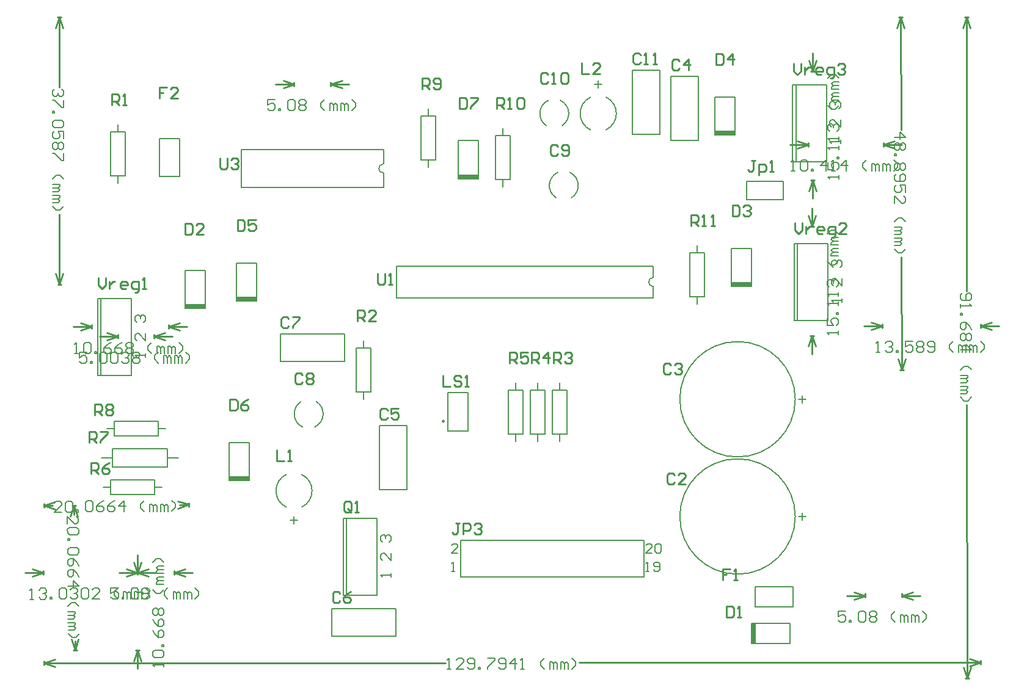
<source format=gto>
%FSLAX42Y42*%
%MOMM*%
G71*
G01*
G75*
%ADD10R,0.60X1.55*%
%ADD11C,1.00*%
%ADD12C,1.70*%
%ADD13C,1.50*%
%ADD14C,2.00*%
%ADD15C,0.60*%
%ADD16C,0.36*%
%ADD17C,0.80*%
%ADD18C,3.00*%
%ADD19R,3.00X3.00*%
%ADD20O,2.00X3.50*%
%ADD21R,2.00X3.50*%
%ADD22R,2.00X2.00*%
%ADD23C,2.00*%
%ADD24O,3.52X5.52*%
%ADD25C,4.00*%
%ADD26R,3.50X2.00*%
%ADD27O,3.50X2.00*%
%ADD28C,2.50*%
%ADD29C,0.20*%
%ADD30C,0.25*%
%ADD31C,0.25*%
%ADD32C,0.15*%
%ADD33C,0.15*%
%ADD34C,0.20*%
%ADD35R,0.80X2.80*%
%ADD36R,2.80X0.80*%
D29*
X13144Y7366D02*
G03*
X13144Y7366I-800J0D01*
G01*
X7437Y10630D02*
G03*
X7437Y10503I0J-63D01*
G01*
X11176Y9055D02*
G03*
X11176Y8928I0J-63D01*
G01*
X6093Y6323D02*
G03*
X6090Y5870I105J-227D01*
G01*
X6305D02*
G03*
X6303Y6323I-108J226D01*
G01*
X10519Y11102D02*
G03*
X10522Y11554I-105J227D01*
G01*
X10306D02*
G03*
X10309Y11102I108J-226D01*
G01*
X9721Y11510D02*
G03*
X9697Y11160I83J-182D01*
G01*
X9912D02*
G03*
X9888Y11510I-108J169D01*
G01*
X13144Y5740D02*
G03*
X13144Y5740I-800J0D01*
G01*
X6484Y6981D02*
G03*
X6508Y7331I-83J182D01*
G01*
X6293D02*
G03*
X6318Y6981I108J-169D01*
G01*
X9853Y10512D02*
G03*
X9829Y10162I83J-182D01*
G01*
X10044D02*
G03*
X10020Y10512I-108J169D01*
G01*
X7437Y10301D02*
Y10503D01*
Y10630D02*
Y10831D01*
X5467Y10301D02*
Y10831D01*
Y10301D02*
X7437D01*
X5467Y10831D02*
X7437D01*
X12979Y10135D02*
Y10389D01*
X12471Y10135D02*
X12979D01*
X12471D02*
Y10389D01*
X12979D01*
X3658Y10465D02*
X3861D01*
X3658D02*
Y11074D01*
X3861D01*
Y10465D02*
Y11074D01*
X3759Y10363D02*
Y10465D01*
Y11074D02*
Y11176D01*
X11176Y8769D02*
Y8928D01*
Y9055D02*
Y9214D01*
X7620D02*
X11176D01*
X7620Y8769D02*
Y9214D01*
Y8769D02*
X11176D01*
X3524Y7695D02*
Y8765D01*
X3474Y7695D02*
Y8765D01*
X3944Y7695D02*
Y8765D01*
X3474Y7695D02*
X3944D01*
X3474Y8765D02*
X3944D01*
X7061Y8077D02*
X7264D01*
Y7468D02*
Y8077D01*
X7061Y7468D02*
X7264D01*
X7061D02*
Y8077D01*
X7163D02*
Y8179D01*
Y7366D02*
Y7468D01*
X12537Y4255D02*
X13067D01*
X12537Y3975D02*
X13067D01*
Y4255D01*
X11684Y8788D02*
X11887D01*
X11684D02*
Y9398D01*
X11887D01*
Y8788D02*
Y9398D01*
X11786Y8687D02*
Y8788D01*
Y9398D02*
Y9500D01*
X4686Y8625D02*
Y9155D01*
X4966Y8625D02*
Y9155D01*
X4686D02*
X4966D01*
X7760Y6109D02*
Y6998D01*
X7379D02*
X7760D01*
X7379Y6109D02*
Y6998D01*
Y6109D02*
X7760D01*
X6928Y4647D02*
Y5717D01*
X6878Y4647D02*
Y5717D01*
X7348Y4647D02*
Y5717D01*
X6878Y4647D02*
X7348D01*
X6878Y5717D02*
X7348D01*
X9169Y6883D02*
X9373D01*
X9169D02*
Y7493D01*
X9373D01*
Y6883D02*
Y7493D01*
X9271Y6782D02*
Y6883D01*
Y7493D02*
Y7595D01*
X9474Y6883D02*
X9677D01*
X9474D02*
Y7493D01*
X9677D01*
Y6883D02*
Y7493D01*
X9576Y6782D02*
Y6883D01*
Y7493D02*
Y7595D01*
X9779Y6883D02*
X9982D01*
X9779D02*
Y7493D01*
X9982D01*
Y6883D02*
Y7493D01*
X9881Y6782D02*
Y6883D01*
Y7493D02*
Y7595D01*
X5296Y6237D02*
Y6767D01*
X5576Y6237D02*
Y6767D01*
X5296D02*
X5576D01*
X12032Y11030D02*
Y11560D01*
X12312Y11030D02*
Y11560D01*
X12032D02*
X12312D01*
X12255Y8930D02*
Y9460D01*
X12535Y8930D02*
Y9460D01*
X12255D02*
X12535D01*
X6718Y4077D02*
X7607D01*
Y4458D01*
X6718D02*
X7607D01*
X6718Y4077D02*
Y4458D01*
X5397Y8727D02*
Y9257D01*
X5677Y8727D02*
Y9257D01*
X5397D02*
X5677D01*
X13156Y10659D02*
Y11729D01*
X13106Y10659D02*
Y11729D01*
X13576Y10659D02*
Y11729D01*
X13106Y10659D02*
X13576D01*
X13106Y11729D02*
X13576D01*
X13176Y8457D02*
Y9527D01*
X13126Y8457D02*
Y9527D01*
X13596Y8457D02*
Y9527D01*
X13126Y8457D02*
X13596D01*
X13126Y9527D02*
X13596D01*
X11422Y10952D02*
Y11841D01*
Y10952D02*
X11803D01*
Y11841D01*
X11422D02*
X11803D01*
X10884Y11036D02*
Y11925D01*
Y11036D02*
X11265D01*
Y11925D01*
X10884D02*
X11265D01*
X11049Y4902D02*
Y5410D01*
X8509Y4902D02*
X8700D01*
X8509D02*
Y5410D01*
X8700D01*
X11049D01*
X8700Y4902D02*
X11049D01*
X3658Y6045D02*
Y6248D01*
X4267D01*
Y6045D02*
Y6248D01*
X3658Y6045D02*
X4267D01*
X3556Y6147D02*
X3658D01*
X4267D02*
X4369D01*
X6007Y8268D02*
X6896D01*
X6007Y7887D02*
Y8268D01*
Y7887D02*
X6896D01*
Y8268D01*
X3531Y6553D02*
X3683D01*
X4445D02*
X4597D01*
X3683Y6426D02*
Y6680D01*
X4445D01*
Y6426D02*
Y6680D01*
X3683Y6426D02*
X4445D01*
X4318Y6858D02*
Y7061D01*
X3708Y6858D02*
X4318D01*
X3708D02*
Y7061D01*
X4318D01*
Y6960D02*
X4420D01*
X3607D02*
X3708D01*
X8476Y10421D02*
Y10951D01*
X8756Y10421D02*
Y10951D01*
X8476D02*
X8756D01*
X8992Y11024D02*
X9195D01*
Y10414D02*
Y11024D01*
X8992Y10414D02*
X9195D01*
X8992D02*
Y11024D01*
X9093D02*
Y11125D01*
Y10312D02*
Y10414D01*
X7955Y11295D02*
X8158D01*
Y10686D02*
Y11295D01*
X7955Y10686D02*
X8158D01*
X7955D02*
Y11295D01*
X8057D02*
Y11397D01*
Y10584D02*
Y10686D01*
X8611Y6921D02*
Y7455D01*
X8331Y6921D02*
Y7455D01*
X8611D01*
X8331Y6921D02*
X8611D01*
X4610Y10454D02*
Y10984D01*
X4330Y10454D02*
Y10984D01*
Y10454D02*
X4610D01*
X4330Y10984D02*
X4610D01*
X12587Y4483D02*
X13117D01*
X12587Y4763D02*
X13117D01*
X12587Y4483D02*
Y4763D01*
X13117Y4483D02*
Y4763D01*
D30*
X8278Y7061D02*
G03*
X8278Y7061I-12J0D01*
G01*
D31*
X4031Y4986D02*
X4031Y4935D01*
X2728Y4983D02*
X2728Y4933D01*
X4031Y4961D02*
X4183Y4910D01*
X4031Y4961D02*
X4183Y5012D01*
X2576Y4907D02*
X2728Y4958D01*
X2575Y5009D02*
X2728Y4958D01*
X4031Y4961D02*
X4285Y4961D01*
X2474Y4958D02*
X2728Y4958D01*
X2924Y8959D02*
X2974Y8959D01*
X2916Y12664D02*
X2967Y12664D01*
X2898Y9111D02*
X2949Y8959D01*
X2999Y9111D01*
X2891Y12512D02*
X2941Y12664D01*
X2992Y12512D01*
X2947Y9933D02*
X2949Y8959D01*
X2941Y12664D02*
X2943Y11690D01*
X5946Y11735D02*
X6200D01*
X6708D02*
X6962D01*
X6048Y11786D02*
X6200Y11735D01*
X6048Y11684D02*
X6200Y11735D01*
X6708D02*
X6861Y11786D01*
X6708Y11735D02*
X6861Y11684D01*
X6200Y11709D02*
Y11760D01*
X6708Y11709D02*
Y11760D01*
X14605Y12662D02*
X14609Y11096D01*
X14614Y9339D02*
X14618Y7772D01*
X14605Y12662D02*
X14656Y12510D01*
X14555Y12509D02*
X14605Y12662D01*
X14618Y7772D02*
X14668Y7925D01*
X14567Y7925D02*
X14618Y7772D01*
X14580Y12662D02*
X14630Y12662D01*
X14592Y7772D02*
X14643Y7772D01*
X14097Y8382D02*
X14351D01*
X15710D02*
X15964D01*
X14199Y8433D02*
X14351Y8382D01*
X14199Y8331D02*
X14351Y8382D01*
X15710D02*
X15862Y8433D01*
X15710Y8382D02*
X15862Y8331D01*
X14351Y8357D02*
Y8407D01*
X15710Y8357D02*
Y8407D01*
X3137Y8369D02*
X3391D01*
X4458D02*
X4712D01*
X3238Y8420D02*
X3391Y8369D01*
X3238Y8318D02*
X3391Y8369D01*
X4458D02*
X4610Y8420D01*
X4458Y8369D02*
X4610Y8318D01*
X3391Y8344D02*
Y8395D01*
X4458Y8344D02*
Y8395D01*
X13378Y7996D02*
Y8250D01*
Y9761D02*
Y10015D01*
X13327Y8098D02*
X13378Y8250D01*
X13429Y8098D01*
X13327Y9914D02*
X13378Y9761D01*
X13429Y9914D01*
X13353Y8250D02*
X13404D01*
X13353Y9761D02*
X13404D01*
X13383Y10150D02*
Y10404D01*
Y11915D02*
Y12169D01*
X13332Y10251D02*
X13383Y10404D01*
X13434Y10251D01*
X13332Y12068D02*
X13383Y11915D01*
X13434Y12068D01*
X13358Y10404D02*
X13409D01*
X13358Y11915D02*
X13409D01*
X13068Y10899D02*
X13322D01*
X14364D02*
X14618D01*
X13170Y10950D02*
X13322Y10899D01*
X13170Y10848D02*
X13322Y10899D01*
X14364D02*
X14516Y10950D01*
X14364Y10899D02*
X14516Y10848D01*
X13322Y10874D02*
Y10925D01*
X14364Y10874D02*
Y10925D01*
X15499Y3493D02*
X15550Y3494D01*
X15494Y12662D02*
X15545Y12662D01*
X15474Y3646D02*
X15525Y3494D01*
X15575Y3646D01*
X15469Y12509D02*
X15519Y12662D01*
X15570Y12510D01*
X15522Y7288D02*
X15525Y3494D01*
X15519Y12662D02*
X15522Y8867D01*
X2733Y3705D02*
X8293Y3711D01*
X10152Y3713D02*
X15712Y3718D01*
X2733Y3705D02*
X2885Y3756D01*
X2733Y3705D02*
X2885Y3655D01*
X15560Y3769D02*
X15712Y3718D01*
X15560Y3667D02*
X15712Y3718D01*
X2733Y3731D02*
X2733Y3680D01*
X15712Y3744D02*
X15712Y3693D01*
X13856Y4643D02*
X14110D01*
X14618D02*
X14872D01*
X13957Y4694D02*
X14110Y4643D01*
X13957Y4592D02*
X14110Y4643D01*
X14618D02*
X14770Y4694D01*
X14618Y4643D02*
X14770Y4592D01*
X14110Y4618D02*
Y4669D01*
X14618Y4618D02*
Y4669D01*
X3149Y5893D02*
X3149Y5768D01*
X3161Y4011D02*
X3161Y3887D01*
X3149Y5893D02*
X3200Y5741D01*
X3099Y5740D02*
X3149Y5893D01*
X3161Y3887D02*
X3211Y4039D01*
X3110Y4039D02*
X3161Y3887D01*
X3123Y5893D02*
X3174Y5893D01*
X3136Y3886D02*
X3187Y3887D01*
X2730Y5892D02*
X2855Y5893D01*
X4612Y5904D02*
X4737Y5905D01*
X2730Y5892D02*
X2882Y5944D01*
X2730Y5892D02*
X2883Y5842D01*
X4584Y5954D02*
X4737Y5905D01*
X4585Y5853D02*
X4737Y5905D01*
X2730Y5917D02*
X2730Y5866D01*
X4737Y5930D02*
X4737Y5879D01*
X4028Y3635D02*
Y3889D01*
Y4956D02*
Y5210D01*
X3978Y3736D02*
X4028Y3889D01*
X4079Y3736D01*
X3978Y5108D02*
X4028Y4956D01*
X4079Y5108D01*
X4003Y3889D02*
X4054D01*
X4003Y4956D02*
X4054D01*
X3777Y4961D02*
X4031D01*
X4539D02*
X4793D01*
X3879Y5011D02*
X4031Y4961D01*
X3879Y4910D02*
X4031Y4961D01*
X4539D02*
X4691Y5011D01*
X4539Y4961D02*
X4691Y4910D01*
X4031Y4935D02*
Y4986D01*
X4539Y4935D02*
Y4986D01*
X3500Y8235D02*
X3754D01*
X4254D02*
X4508D01*
X3602Y8285D02*
X3754Y8235D01*
X3602Y8184D02*
X3754Y8235D01*
X4254D02*
X4407Y8285D01*
X4254Y8235D02*
X4407Y8184D01*
X3754Y8209D02*
Y8260D01*
X4254Y8209D02*
Y8260D01*
X11417Y7836D02*
X11392Y7861D01*
X11341D01*
X11316Y7836D01*
Y7734D01*
X11341Y7709D01*
X11392D01*
X11417Y7734D01*
X11468Y7836D02*
X11493Y7861D01*
X11544D01*
X11570Y7836D01*
Y7810D01*
X11544Y7785D01*
X11519D01*
X11544D01*
X11570Y7760D01*
Y7734D01*
X11544Y7709D01*
X11493D01*
X11468Y7734D01*
X5169Y10706D02*
Y10579D01*
X5194Y10554D01*
X5245D01*
X5270Y10579D01*
Y10706D01*
X5321Y10681D02*
X5347Y10706D01*
X5397D01*
X5423Y10681D01*
Y10655D01*
X5397Y10630D01*
X5372D01*
X5397D01*
X5423Y10604D01*
Y10579D01*
X5397Y10554D01*
X5347D01*
X5321Y10579D01*
X12589Y10677D02*
X12539D01*
X12564D01*
Y10550D01*
X12539Y10524D01*
X12513D01*
X12488Y10550D01*
X12640Y10474D02*
Y10626D01*
X12716D01*
X12742Y10601D01*
Y10550D01*
X12716Y10524D01*
X12640D01*
X12793D02*
X12843D01*
X12818D01*
Y10677D01*
X12793Y10651D01*
X13120Y12018D02*
Y11916D01*
X13171Y11866D01*
X13222Y11916D01*
Y12018D01*
X13273Y11967D02*
Y11866D01*
Y11916D01*
X13298Y11942D01*
X13324Y11967D01*
X13349D01*
X13501Y11866D02*
X13450D01*
X13425Y11891D01*
Y11942D01*
X13450Y11967D01*
X13501D01*
X13527Y11942D01*
Y11916D01*
X13425D01*
X13628Y11815D02*
X13654D01*
X13679Y11840D01*
Y11967D01*
X13603D01*
X13577Y11942D01*
Y11891D01*
X13603Y11866D01*
X13679D01*
X13730Y11993D02*
X13755Y12018D01*
X13806D01*
X13831Y11993D01*
Y11967D01*
X13806Y11942D01*
X13781D01*
X13806D01*
X13831Y11916D01*
Y11891D01*
X13806Y11866D01*
X13755D01*
X13730Y11891D01*
X13141Y9816D02*
Y9714D01*
X13191Y9663D01*
X13242Y9714D01*
Y9816D01*
X13293Y9765D02*
Y9663D01*
Y9714D01*
X13318Y9740D01*
X13344Y9765D01*
X13369D01*
X13522Y9663D02*
X13471D01*
X13445Y9689D01*
Y9740D01*
X13471Y9765D01*
X13522D01*
X13547Y9740D01*
Y9714D01*
X13445D01*
X13649Y9613D02*
X13674D01*
X13699Y9638D01*
Y9765D01*
X13623D01*
X13598Y9740D01*
Y9689D01*
X13623Y9663D01*
X13699D01*
X13852D02*
X13750D01*
X13852Y9765D01*
Y9790D01*
X13826Y9816D01*
X13775D01*
X13750Y9790D01*
X3489Y9054D02*
Y8952D01*
X3539Y8901D01*
X3590Y8952D01*
Y9054D01*
X3641Y9003D02*
Y8901D01*
Y8952D01*
X3666Y8978D01*
X3692Y9003D01*
X3717D01*
X3870Y8901D02*
X3819D01*
X3793Y8927D01*
Y8978D01*
X3819Y9003D01*
X3870D01*
X3895Y8978D01*
Y8952D01*
X3793D01*
X3997Y8851D02*
X4022D01*
X4047Y8876D01*
Y9003D01*
X3971D01*
X3946Y8978D01*
Y8927D01*
X3971Y8901D01*
X4047D01*
X4098D02*
X4149D01*
X4123D01*
Y9054D01*
X4098Y9028D01*
X7353Y9106D02*
Y8979D01*
X7379Y8954D01*
X7429D01*
X7455Y8979D01*
Y9106D01*
X7506Y8954D02*
X7556D01*
X7531D01*
Y9106D01*
X7506Y9080D01*
X11701Y9770D02*
Y9922D01*
X11777D01*
X11802Y9897D01*
Y9846D01*
X11777Y9821D01*
X11701D01*
X11751D02*
X11802Y9770D01*
X11853D02*
X11904D01*
X11878D01*
Y9922D01*
X11853Y9897D01*
X11980Y9770D02*
X12031D01*
X12005D01*
Y9922D01*
X11980Y9897D01*
X9007Y11397D02*
Y11549D01*
X9083D01*
X9108Y11524D01*
Y11473D01*
X9083Y11448D01*
X9007D01*
X9058D02*
X9108Y11397D01*
X9159D02*
X9210D01*
X9185D01*
Y11549D01*
X9159Y11524D01*
X9286D02*
X9312Y11549D01*
X9362D01*
X9388Y11524D01*
Y11422D01*
X9362Y11397D01*
X9312D01*
X9286Y11422D01*
Y11524D01*
X7971Y11669D02*
Y11821D01*
X8047D01*
X8072Y11796D01*
Y11745D01*
X8047Y11720D01*
X7971D01*
X8021D02*
X8072Y11669D01*
X8123Y11694D02*
X8148Y11669D01*
X8199D01*
X8224Y11694D01*
Y11796D01*
X8199Y11821D01*
X8148D01*
X8123Y11796D01*
Y11770D01*
X8148Y11745D01*
X8224D01*
X3437Y7148D02*
Y7300D01*
X3513D01*
X3538Y7275D01*
Y7224D01*
X3513Y7198D01*
X3437D01*
X3487D02*
X3538Y7148D01*
X3589Y7275D02*
X3614Y7300D01*
X3665D01*
X3691Y7275D01*
Y7249D01*
X3665Y7224D01*
X3691Y7198D01*
Y7173D01*
X3665Y7148D01*
X3614D01*
X3589Y7173D01*
Y7198D01*
X3614Y7224D01*
X3589Y7249D01*
Y7275D01*
X3614Y7224D02*
X3665D01*
X3360Y6767D02*
Y6919D01*
X3437D01*
X3462Y6894D01*
Y6843D01*
X3437Y6817D01*
X3360D01*
X3411D02*
X3462Y6767D01*
X3513Y6919D02*
X3614D01*
Y6894D01*
X3513Y6792D01*
Y6767D01*
X3386Y6335D02*
Y6487D01*
X3462D01*
X3487Y6462D01*
Y6411D01*
X3462Y6386D01*
X3386D01*
X3437D02*
X3487Y6335D01*
X3640Y6487D02*
X3589Y6462D01*
X3538Y6411D01*
Y6360D01*
X3564Y6335D01*
X3614D01*
X3640Y6360D01*
Y6386D01*
X3614Y6411D01*
X3538D01*
X9185Y7866D02*
Y8019D01*
X9261D01*
X9286Y7993D01*
Y7943D01*
X9261Y7917D01*
X9185D01*
X9235D02*
X9286Y7866D01*
X9439Y8019D02*
X9337D01*
Y7943D01*
X9388Y7968D01*
X9413D01*
X9439Y7943D01*
Y7892D01*
X9413Y7866D01*
X9362D01*
X9337Y7892D01*
X9489Y7866D02*
Y8019D01*
X9566D01*
X9591Y7993D01*
Y7943D01*
X9566Y7917D01*
X9489D01*
X9540D02*
X9591Y7866D01*
X9718D02*
Y8019D01*
X9642Y7943D01*
X9743D01*
X9794Y7866D02*
Y8019D01*
X9870D01*
X9896Y7993D01*
Y7943D01*
X9870Y7917D01*
X9794D01*
X9845D02*
X9896Y7866D01*
X9947Y7993D02*
X9972Y8019D01*
X10023D01*
X10048Y7993D01*
Y7968D01*
X10023Y7943D01*
X9997D01*
X10023D01*
X10048Y7917D01*
Y7892D01*
X10023Y7866D01*
X9972D01*
X9947Y7892D01*
X7076Y8451D02*
Y8603D01*
X7153D01*
X7178Y8578D01*
Y8527D01*
X7153Y8501D01*
X7076D01*
X7127D02*
X7178Y8451D01*
X7330D02*
X7229D01*
X7330Y8552D01*
Y8578D01*
X7305Y8603D01*
X7254D01*
X7229Y8578D01*
X3674Y11447D02*
Y11599D01*
X3750D01*
X3776Y11573D01*
Y11523D01*
X3750Y11497D01*
X3674D01*
X3725D02*
X3776Y11447D01*
X3826D02*
X3877D01*
X3852D01*
Y11599D01*
X3826Y11573D01*
X6994Y5828D02*
Y5930D01*
X6968Y5955D01*
X6918D01*
X6892Y5930D01*
Y5828D01*
X6918Y5803D01*
X6968D01*
X6943Y5853D02*
X6994Y5803D01*
X6968D02*
X6994Y5828D01*
X7045Y5803D02*
X7095D01*
X7070D01*
Y5955D01*
X7045Y5930D01*
X8265Y7694D02*
Y7541D01*
X8367D01*
X8519Y7668D02*
X8494Y7694D01*
X8443D01*
X8418Y7668D01*
Y7643D01*
X8443Y7617D01*
X8494D01*
X8519Y7592D01*
Y7567D01*
X8494Y7541D01*
X8443D01*
X8418Y7567D01*
X8570Y7541D02*
X8621D01*
X8595D01*
Y7694D01*
X8570Y7668D01*
X10180Y12027D02*
Y11875D01*
X10282D01*
X10434D02*
X10333D01*
X10434Y11976D01*
Y12001D01*
X10409Y12027D01*
X10358D01*
X10333Y12001D01*
X5963Y6666D02*
Y6514D01*
X6064D01*
X6115D02*
X6166D01*
X6140D01*
Y6666D01*
X6115Y6641D01*
X8489Y5649D02*
X8438D01*
X8463D01*
Y5522D01*
X8438Y5497D01*
X8412D01*
X8387Y5522D01*
X8539Y5497D02*
Y5649D01*
X8616D01*
X8641Y5624D01*
Y5573D01*
X8616Y5547D01*
X8539D01*
X8692Y5624D02*
X8717Y5649D01*
X8768D01*
X8793Y5624D01*
Y5598D01*
X8768Y5573D01*
X8743D01*
X8768D01*
X8793Y5547D01*
Y5522D01*
X8768Y5497D01*
X8717D01*
X8692Y5522D01*
X8491Y11549D02*
Y11397D01*
X8567D01*
X8593Y11422D01*
Y11524D01*
X8567Y11549D01*
X8491D01*
X8644D02*
X8745D01*
Y11524D01*
X8644Y11422D01*
Y11397D01*
X5311Y7366D02*
Y7214D01*
X5387D01*
X5413Y7239D01*
Y7341D01*
X5387Y7366D01*
X5311D01*
X5565D02*
X5514Y7341D01*
X5463Y7290D01*
Y7239D01*
X5489Y7214D01*
X5540D01*
X5565Y7239D01*
Y7264D01*
X5540Y7290D01*
X5463D01*
X5413Y9855D02*
Y9703D01*
X5489D01*
X5514Y9728D01*
Y9830D01*
X5489Y9855D01*
X5413D01*
X5667D02*
X5565D01*
Y9779D01*
X5616Y9804D01*
X5641D01*
X5667Y9779D01*
Y9728D01*
X5641Y9703D01*
X5590D01*
X5565Y9728D01*
X12047Y12159D02*
Y12007D01*
X12123D01*
X12149Y12032D01*
Y12134D01*
X12123Y12159D01*
X12047D01*
X12276Y12007D02*
Y12159D01*
X12200Y12083D01*
X12301D01*
X12271Y10058D02*
Y9906D01*
X12347D01*
X12372Y9931D01*
Y10033D01*
X12347Y10058D01*
X12271D01*
X12423Y10033D02*
X12448Y10058D01*
X12499D01*
X12525Y10033D01*
Y10008D01*
X12499Y9982D01*
X12474D01*
X12499D01*
X12525Y9957D01*
Y9931D01*
X12499Y9906D01*
X12448D01*
X12423Y9931D01*
X4691Y9802D02*
Y9649D01*
X4768D01*
X4793Y9675D01*
Y9776D01*
X4768Y9802D01*
X4691D01*
X4945Y9649D02*
X4844D01*
X4945Y9751D01*
Y9776D01*
X4920Y9802D01*
X4869D01*
X4844Y9776D01*
X12192Y4493D02*
Y4341D01*
X12268D01*
X12294Y4366D01*
Y4468D01*
X12268Y4493D01*
X12192D01*
X12344Y4341D02*
X12395D01*
X12370D01*
Y4493D01*
X12344Y4468D01*
X11001Y12139D02*
X10975Y12164D01*
X10925D01*
X10899Y12139D01*
Y12037D01*
X10925Y12012D01*
X10975D01*
X11001Y12037D01*
X11051Y12012D02*
X11102D01*
X11077D01*
Y12164D01*
X11051Y12139D01*
X11178Y12012D02*
X11229D01*
X11204D01*
Y12164D01*
X11178Y12139D01*
X9721Y11872D02*
X9695Y11897D01*
X9644D01*
X9619Y11872D01*
Y11770D01*
X9644Y11745D01*
X9695D01*
X9721Y11770D01*
X9771Y11745D02*
X9822D01*
X9797D01*
Y11897D01*
X9771Y11872D01*
X9898D02*
X9924Y11897D01*
X9974D01*
X10000Y11872D01*
Y11770D01*
X9974Y11745D01*
X9924D01*
X9898Y11770D01*
Y11872D01*
X9853Y10874D02*
X9827Y10899D01*
X9776D01*
X9751Y10874D01*
Y10772D01*
X9776Y10747D01*
X9827D01*
X9853Y10772D01*
X9903D02*
X9929Y10747D01*
X9980D01*
X10005Y10772D01*
Y10874D01*
X9980Y10899D01*
X9929D01*
X9903Y10874D01*
Y10848D01*
X9929Y10823D01*
X10005D01*
X6317Y7706D02*
X6292Y7732D01*
X6241D01*
X6215Y7706D01*
Y7605D01*
X6241Y7579D01*
X6292D01*
X6317Y7605D01*
X6368Y7706D02*
X6393Y7732D01*
X6444D01*
X6469Y7706D01*
Y7681D01*
X6444Y7656D01*
X6469Y7630D01*
Y7605D01*
X6444Y7579D01*
X6393D01*
X6368Y7605D01*
Y7630D01*
X6393Y7656D01*
X6368Y7681D01*
Y7706D01*
X6393Y7656D02*
X6444D01*
X6124Y8481D02*
X6099Y8506D01*
X6048D01*
X6022Y8481D01*
Y8379D01*
X6048Y8354D01*
X6099D01*
X6124Y8379D01*
X6175Y8506D02*
X6276D01*
Y8481D01*
X6175Y8379D01*
Y8354D01*
X6835Y4671D02*
X6810Y4696D01*
X6759D01*
X6734Y4671D01*
Y4569D01*
X6759Y4544D01*
X6810D01*
X6835Y4569D01*
X6987Y4696D02*
X6937Y4671D01*
X6886Y4620D01*
Y4569D01*
X6911Y4544D01*
X6962D01*
X6987Y4569D01*
Y4595D01*
X6962Y4620D01*
X6886D01*
X7496Y7211D02*
X7470Y7236D01*
X7419D01*
X7394Y7211D01*
Y7109D01*
X7419Y7084D01*
X7470D01*
X7496Y7109D01*
X7648Y7236D02*
X7546D01*
Y7160D01*
X7597Y7186D01*
X7622D01*
X7648Y7160D01*
Y7109D01*
X7622Y7084D01*
X7572D01*
X7546Y7109D01*
X11539Y12055D02*
X11514Y12080D01*
X11463D01*
X11438Y12055D01*
Y11953D01*
X11463Y11928D01*
X11514D01*
X11539Y11953D01*
X11666Y11928D02*
Y12080D01*
X11590Y12004D01*
X11692D01*
X11468Y6312D02*
X11443Y6337D01*
X11392D01*
X11367Y6312D01*
Y6210D01*
X11392Y6185D01*
X11443D01*
X11468Y6210D01*
X11620Y6185D02*
X11519D01*
X11620Y6286D01*
Y6312D01*
X11595Y6337D01*
X11544D01*
X11519Y6312D01*
X12238Y5011D02*
X12136D01*
Y4935D01*
X12187D01*
X12136D01*
Y4859D01*
X12288D02*
X12339D01*
X12314D01*
Y5011D01*
X12288Y4986D01*
X4437Y11689D02*
X4336D01*
Y11613D01*
X4387D01*
X4336D01*
Y11537D01*
X4590D02*
X4488D01*
X4590Y11638D01*
Y11664D01*
X4564Y11689D01*
X4514D01*
X4488Y11664D01*
D32*
X2540Y4592D02*
X2590Y4592D01*
X2565Y4592D01*
X2565Y4744D01*
X2539Y4719D01*
X2666Y4719D02*
X2692Y4745D01*
X2743Y4745D01*
X2768Y4719D01*
X2768Y4694D01*
X2743Y4669D01*
X2717Y4669D01*
X2743Y4669D01*
X2768Y4643D01*
X2768Y4618D01*
X2743Y4592D01*
X2692Y4592D01*
X2667Y4618D01*
X2819Y4593D02*
X2819Y4618D01*
X2844Y4618D01*
X2844Y4593D01*
X2819Y4593D01*
X2946Y4720D02*
X2971Y4745D01*
X3022Y4745D01*
X3047Y4720D01*
X3047Y4618D01*
X3022Y4593D01*
X2971Y4593D01*
X2946Y4618D01*
X2946Y4720D01*
X3098Y4720D02*
X3123Y4746D01*
X3174Y4746D01*
X3200Y4720D01*
X3200Y4695D01*
X3174Y4669D01*
X3149Y4669D01*
X3174Y4669D01*
X3200Y4644D01*
X3200Y4619D01*
X3175Y4593D01*
X3124Y4593D01*
X3098Y4619D01*
X3250Y4720D02*
X3276Y4746D01*
X3327Y4746D01*
X3352Y4721D01*
X3352Y4619D01*
X3327Y4594D01*
X3276Y4593D01*
X3251Y4619D01*
X3250Y4720D01*
X3505Y4594D02*
X3403Y4594D01*
X3504Y4695D01*
X3504Y4721D01*
X3479Y4746D01*
X3428Y4746D01*
X3403Y4721D01*
X3759Y4594D02*
X3708Y4645D01*
X3708Y4696D01*
X3758Y4747D01*
X3835Y4595D02*
X3834Y4696D01*
X3860Y4696D01*
X3885Y4671D01*
X3885Y4595D01*
X3885Y4671D01*
X3911Y4696D01*
X3936Y4671D01*
X3936Y4595D01*
X3987Y4595D02*
X3987Y4696D01*
X4012Y4696D01*
X4038Y4671D01*
X4038Y4595D01*
X4038Y4671D01*
X4063Y4697D01*
X4088Y4671D01*
X4089Y4595D01*
X4139Y4595D02*
X4190Y4646D01*
X4190Y4697D01*
X4139Y4748D01*
X2979Y11665D02*
X3004Y11639D01*
X3004Y11589D01*
X2979Y11563D01*
X2954Y11563D01*
X2928Y11588D01*
X2928Y11614D01*
X2928Y11588D01*
X2903Y11563D01*
X2878Y11563D01*
X2852Y11588D01*
X2852Y11639D01*
X2877Y11665D01*
X3005Y11512D02*
X3005Y11411D01*
X2979Y11411D01*
X2878Y11512D01*
X2852Y11512D01*
X2853Y11360D02*
X2878Y11360D01*
X2878Y11334D01*
X2853Y11334D01*
X2853Y11360D01*
X2980Y11233D02*
X3005Y11208D01*
X3005Y11157D01*
X2980Y11132D01*
X2878Y11131D01*
X2853Y11157D01*
X2853Y11207D01*
X2878Y11233D01*
X2980Y11233D01*
X3006Y10979D02*
X3006Y11081D01*
X2929Y11081D01*
X2955Y11030D01*
X2955Y11005D01*
X2930Y10979D01*
X2879Y10979D01*
X2853Y11004D01*
X2853Y11055D01*
X2879Y11081D01*
X2980Y10928D02*
X3006Y10903D01*
X3006Y10852D01*
X2981Y10827D01*
X2955Y10827D01*
X2930Y10852D01*
X2904Y10827D01*
X2879Y10827D01*
X2854Y10852D01*
X2854Y10903D01*
X2879Y10928D01*
X2904Y10928D01*
X2930Y10903D01*
X2955Y10928D01*
X2980Y10928D01*
X2930Y10903D02*
X2930Y10852D01*
X3006Y10776D02*
X3006Y10675D01*
X2981Y10674D01*
X2879Y10776D01*
X2854Y10776D01*
X2855Y10420D02*
X2905Y10471D01*
X2956Y10471D01*
X3007Y10421D01*
X2855Y10344D02*
X2956Y10344D01*
X2956Y10319D01*
X2931Y10293D01*
X2855Y10293D01*
X2931Y10293D01*
X2956Y10268D01*
X2931Y10243D01*
X2855Y10243D01*
X2855Y10192D02*
X2957Y10192D01*
X2957Y10167D01*
X2931Y10141D01*
X2855Y10141D01*
X2931Y10141D01*
X2957Y10116D01*
X2931Y10090D01*
X2855Y10090D01*
X2855Y10039D02*
X2906Y9989D01*
X2957Y9989D01*
X3008Y10040D01*
X5931Y11521D02*
X5829D01*
Y11445D01*
X5880Y11471D01*
X5906D01*
X5931Y11445D01*
Y11395D01*
X5906Y11369D01*
X5855D01*
X5829Y11395D01*
X5982Y11369D02*
Y11395D01*
X6007D01*
Y11369D01*
X5982D01*
X6109Y11496D02*
X6134Y11521D01*
X6185D01*
X6210Y11496D01*
Y11395D01*
X6185Y11369D01*
X6134D01*
X6109Y11395D01*
Y11496D01*
X6261D02*
X6287Y11521D01*
X6337D01*
X6363Y11496D01*
Y11471D01*
X6337Y11445D01*
X6363Y11420D01*
Y11395D01*
X6337Y11369D01*
X6287D01*
X6261Y11395D01*
Y11420D01*
X6287Y11445D01*
X6261Y11471D01*
Y11496D01*
X6287Y11445D02*
X6337D01*
X6617Y11369D02*
X6566Y11420D01*
Y11471D01*
X6617Y11521D01*
X6693Y11369D02*
Y11471D01*
X6718D01*
X6744Y11445D01*
Y11369D01*
Y11445D01*
X6769Y11471D01*
X6794Y11445D01*
Y11369D01*
X6845D02*
Y11471D01*
X6871D01*
X6896Y11445D01*
Y11369D01*
Y11445D01*
X6921Y11471D01*
X6947Y11445D01*
Y11369D01*
X6998D02*
X7048Y11420D01*
Y11471D01*
X6998Y11521D01*
X14518Y10994D02*
X14670Y10994D01*
X14594Y11070D01*
X14594Y10969D01*
X14645Y10918D02*
X14671Y10893D01*
X14671Y10842D01*
X14645Y10816D01*
X14620Y10816D01*
X14594Y10842D01*
X14569Y10816D01*
X14544Y10816D01*
X14518Y10842D01*
X14518Y10892D01*
X14544Y10918D01*
X14569Y10918D01*
X14594Y10893D01*
X14620Y10918D01*
X14645Y10918D01*
X14594Y10893D02*
X14594Y10842D01*
X14519Y10765D02*
X14544Y10765D01*
X14544Y10740D01*
X14519Y10740D01*
X14519Y10765D01*
X14646Y10639D02*
X14671Y10613D01*
X14671Y10563D01*
X14646Y10537D01*
X14621Y10537D01*
X14595Y10562D01*
X14570Y10537D01*
X14544Y10537D01*
X14519Y10562D01*
X14519Y10613D01*
X14544Y10638D01*
X14570Y10639D01*
X14595Y10613D01*
X14620Y10639D01*
X14646Y10639D01*
X14595Y10613D02*
X14595Y10562D01*
X14545Y10486D02*
X14519Y10461D01*
X14519Y10410D01*
X14545Y10385D01*
X14646Y10385D01*
X14672Y10410D01*
X14672Y10461D01*
X14646Y10486D01*
X14621Y10486D01*
X14595Y10461D01*
X14596Y10385D01*
X14672Y10233D02*
X14672Y10334D01*
X14596Y10334D01*
X14621Y10283D01*
X14621Y10258D01*
X14596Y10232D01*
X14545Y10232D01*
X14520Y10258D01*
X14520Y10308D01*
X14545Y10334D01*
X14520Y10080D02*
X14520Y10181D01*
X14622Y10080D01*
X14647Y10080D01*
X14673Y10106D01*
X14672Y10156D01*
X14647Y10182D01*
X14521Y9826D02*
X14572Y9877D01*
X14622Y9877D01*
X14673Y9826D01*
X14521Y9750D02*
X14623Y9750D01*
X14623Y9725D01*
X14597Y9699D01*
X14521Y9699D01*
X14597Y9699D01*
X14623Y9674D01*
X14598Y9648D01*
X14521Y9648D01*
X14522Y9597D02*
X14623Y9598D01*
X14623Y9572D01*
X14598Y9547D01*
X14522Y9547D01*
X14598Y9547D01*
X14623Y9521D01*
X14598Y9496D01*
X14522Y9496D01*
X14522Y9445D02*
X14573Y9394D01*
X14624Y9394D01*
X14674Y9445D01*
X14266Y8016D02*
X14317D01*
X14292D01*
Y8169D01*
X14266Y8143D01*
X14393D02*
X14419Y8169D01*
X14469D01*
X14495Y8143D01*
Y8118D01*
X14469Y8093D01*
X14444D01*
X14469D01*
X14495Y8067D01*
Y8042D01*
X14469Y8016D01*
X14419D01*
X14393Y8042D01*
X14545Y8016D02*
Y8042D01*
X14571D01*
Y8016D01*
X14545D01*
X14774Y8169D02*
X14672D01*
Y8093D01*
X14723Y8118D01*
X14749D01*
X14774Y8093D01*
Y8042D01*
X14749Y8016D01*
X14698D01*
X14672Y8042D01*
X14825Y8143D02*
X14850Y8169D01*
X14901D01*
X14926Y8143D01*
Y8118D01*
X14901Y8093D01*
X14926Y8067D01*
Y8042D01*
X14901Y8016D01*
X14850D01*
X14825Y8042D01*
Y8067D01*
X14850Y8093D01*
X14825Y8118D01*
Y8143D01*
X14850Y8093D02*
X14901D01*
X14977Y8042D02*
X15003Y8016D01*
X15053D01*
X15079Y8042D01*
Y8143D01*
X15053Y8169D01*
X15003D01*
X14977Y8143D01*
Y8118D01*
X15003Y8093D01*
X15079D01*
X15333Y8016D02*
X15282Y8067D01*
Y8118D01*
X15333Y8169D01*
X15409Y8016D02*
Y8118D01*
X15434D01*
X15460Y8093D01*
Y8016D01*
Y8093D01*
X15485Y8118D01*
X15510Y8093D01*
Y8016D01*
X15561D02*
Y8118D01*
X15587D01*
X15612Y8093D01*
Y8016D01*
Y8093D01*
X15637Y8118D01*
X15663Y8093D01*
Y8016D01*
X15713D02*
X15764Y8067D01*
Y8118D01*
X15713Y8169D01*
X3160Y8004D02*
X3211D01*
X3185D01*
Y8156D01*
X3160Y8131D01*
X3287D02*
X3312Y8156D01*
X3363D01*
X3389Y8131D01*
Y8029D01*
X3363Y8004D01*
X3312D01*
X3287Y8029D01*
Y8131D01*
X3439Y8004D02*
Y8029D01*
X3465D01*
Y8004D01*
X3439D01*
X3668Y8156D02*
X3617Y8131D01*
X3566Y8080D01*
Y8029D01*
X3592Y8004D01*
X3642D01*
X3668Y8029D01*
Y8054D01*
X3642Y8080D01*
X3566D01*
X3820Y8156D02*
X3769Y8131D01*
X3719Y8080D01*
Y8029D01*
X3744Y8004D01*
X3795D01*
X3820Y8029D01*
Y8054D01*
X3795Y8080D01*
X3719D01*
X3871Y8131D02*
X3896Y8156D01*
X3947D01*
X3973Y8131D01*
Y8105D01*
X3947Y8080D01*
X3973Y8054D01*
Y8029D01*
X3947Y8004D01*
X3896D01*
X3871Y8029D01*
Y8054D01*
X3896Y8080D01*
X3871Y8105D01*
Y8131D01*
X3896Y8080D02*
X3947D01*
X4226Y8004D02*
X4176Y8054D01*
Y8105D01*
X4226Y8156D01*
X4303Y8004D02*
Y8105D01*
X4328D01*
X4353Y8080D01*
Y8004D01*
Y8080D01*
X4379Y8105D01*
X4404Y8080D01*
Y8004D01*
X4455D02*
Y8105D01*
X4480D01*
X4506Y8080D01*
Y8004D01*
Y8080D01*
X4531Y8105D01*
X4557Y8080D01*
Y8004D01*
X4607D02*
X4658Y8054D01*
Y8105D01*
X4607Y8156D01*
X13744Y8267D02*
Y8317D01*
Y8292D01*
X13591D01*
X13617Y8267D01*
X13591Y8495D02*
Y8394D01*
X13668D01*
X13642Y8444D01*
Y8470D01*
X13668Y8495D01*
X13718D01*
X13744Y8470D01*
Y8419D01*
X13718Y8394D01*
X13744Y8546D02*
X13718D01*
Y8571D01*
X13744D01*
Y8546D01*
Y8673D02*
Y8724D01*
Y8698D01*
X13591D01*
X13617Y8673D01*
X13744Y8800D02*
Y8851D01*
Y8825D01*
X13591D01*
X13617Y8800D01*
Y8927D02*
X13591Y8952D01*
Y9003D01*
X13617Y9028D01*
X13642D01*
X13668Y9003D01*
Y8978D01*
Y9003D01*
X13693Y9028D01*
X13718D01*
X13744Y9003D01*
Y8952D01*
X13718Y8927D01*
X13744Y9282D02*
X13693Y9232D01*
X13642D01*
X13591Y9282D01*
X13744Y9359D02*
X13642D01*
Y9384D01*
X13668Y9409D01*
X13744D01*
X13668D01*
X13642Y9435D01*
X13668Y9460D01*
X13744D01*
Y9511D02*
X13642D01*
Y9536D01*
X13668Y9562D01*
X13744D01*
X13668D01*
X13642Y9587D01*
X13668Y9612D01*
X13744D01*
Y9663D02*
X13693Y9714D01*
X13642D01*
X13591Y9663D01*
X13749Y10421D02*
Y10471D01*
Y10446D01*
X13597D01*
X13622Y10421D01*
X13597Y10649D02*
Y10548D01*
X13673D01*
X13647Y10598D01*
Y10624D01*
X13673Y10649D01*
X13724D01*
X13749Y10624D01*
Y10573D01*
X13724Y10548D01*
X13749Y10700D02*
X13724D01*
Y10725D01*
X13749D01*
Y10700D01*
Y10827D02*
Y10878D01*
Y10852D01*
X13597D01*
X13622Y10827D01*
X13749Y10954D02*
Y11005D01*
Y10979D01*
X13597D01*
X13622Y10954D01*
Y11081D02*
X13597Y11106D01*
Y11157D01*
X13622Y11182D01*
X13647D01*
X13673Y11157D01*
Y11132D01*
Y11157D01*
X13698Y11182D01*
X13724D01*
X13749Y11157D01*
Y11106D01*
X13724Y11081D01*
X13749Y11436D02*
X13698Y11385D01*
X13647D01*
X13597Y11436D01*
X13749Y11512D02*
X13647D01*
Y11538D01*
X13673Y11563D01*
X13749D01*
X13673D01*
X13647Y11589D01*
X13673Y11614D01*
X13749D01*
Y11665D02*
X13647D01*
Y11690D01*
X13673Y11716D01*
X13749D01*
X13673D01*
X13647Y11741D01*
X13673Y11766D01*
X13749D01*
Y11817D02*
X13698Y11868D01*
X13647D01*
X13597Y11817D01*
X13091Y10533D02*
X13142D01*
X13117D01*
Y10686D01*
X13091Y10660D01*
X13218D02*
X13244Y10686D01*
X13295D01*
X13320Y10660D01*
Y10559D01*
X13295Y10533D01*
X13244D01*
X13218Y10559D01*
Y10660D01*
X13371Y10533D02*
Y10559D01*
X13396D01*
Y10533D01*
X13371D01*
X13574D02*
Y10686D01*
X13498Y10610D01*
X13599D01*
X13650Y10533D02*
X13701D01*
X13675D01*
Y10686D01*
X13650Y10660D01*
X13853Y10533D02*
Y10686D01*
X13777Y10610D01*
X13879D01*
X14132Y10533D02*
X14082Y10584D01*
Y10635D01*
X14132Y10686D01*
X14209Y10533D02*
Y10635D01*
X14234D01*
X14259Y10610D01*
Y10533D01*
Y10610D01*
X14285Y10635D01*
X14310Y10610D01*
Y10533D01*
X14361D02*
Y10635D01*
X14386D01*
X14412Y10610D01*
Y10533D01*
Y10610D01*
X14437Y10635D01*
X14463Y10610D01*
Y10533D01*
X14513D02*
X14564Y10584D01*
Y10635D01*
X14513Y10686D01*
X15456Y8842D02*
X15430Y8817D01*
X15430Y8766D01*
X15456Y8740D01*
X15557Y8740D01*
X15583Y8766D01*
X15582Y8817D01*
X15557Y8842D01*
X15532Y8842D01*
X15506Y8817D01*
X15506Y8740D01*
X15430Y8690D02*
X15430Y8639D01*
X15430Y8664D01*
X15583Y8664D01*
X15557Y8690D01*
X15430Y8563D02*
X15456Y8563D01*
X15456Y8537D01*
X15430Y8537D01*
X15430Y8563D01*
X15583Y8334D02*
X15557Y8385D01*
X15507Y8436D01*
X15456Y8436D01*
X15430Y8410D01*
X15430Y8360D01*
X15456Y8334D01*
X15481Y8334D01*
X15507Y8360D01*
X15507Y8436D01*
X15557Y8283D02*
X15583Y8258D01*
X15583Y8207D01*
X15557Y8182D01*
X15532Y8182D01*
X15507Y8207D01*
X15481Y8182D01*
X15456Y8182D01*
X15430Y8207D01*
X15430Y8258D01*
X15456Y8283D01*
X15481Y8283D01*
X15507Y8258D01*
X15532Y8283D01*
X15557Y8283D01*
X15507Y8258D02*
X15507Y8207D01*
X15431Y8055D02*
X15583Y8055D01*
X15507Y8131D01*
X15507Y8029D01*
X15431Y7775D02*
X15481Y7826D01*
X15532Y7826D01*
X15583Y7776D01*
X15431Y7699D02*
X15532Y7699D01*
X15532Y7674D01*
X15507Y7649D01*
X15431Y7649D01*
X15507Y7649D01*
X15532Y7623D01*
X15507Y7598D01*
X15431Y7598D01*
X15431Y7547D02*
X15532Y7547D01*
X15532Y7522D01*
X15507Y7496D01*
X15431Y7496D01*
X15507Y7496D01*
X15532Y7471D01*
X15507Y7445D01*
X15431Y7445D01*
X15431Y7395D02*
X15482Y7344D01*
X15533Y7344D01*
X15583Y7395D01*
X8318Y3619D02*
X8369Y3620D01*
X8344Y3620D01*
X8344Y3772D01*
X8318Y3746D01*
X8547Y3620D02*
X8445Y3620D01*
X8547Y3721D01*
X8547Y3747D01*
X8521Y3772D01*
X8471Y3772D01*
X8445Y3747D01*
X8598Y3645D02*
X8623Y3620D01*
X8674Y3620D01*
X8699Y3645D01*
X8699Y3747D01*
X8674Y3772D01*
X8623Y3772D01*
X8598Y3747D01*
X8598Y3721D01*
X8623Y3696D01*
X8699Y3696D01*
X8750Y3620D02*
X8750Y3645D01*
X8776Y3645D01*
X8776Y3620D01*
X8750Y3620D01*
X8877Y3772D02*
X8979Y3772D01*
X8979Y3747D01*
X8877Y3645D01*
X8877Y3620D01*
X9029Y3646D02*
X9055Y3620D01*
X9106Y3620D01*
X9131Y3646D01*
X9131Y3747D01*
X9105Y3773D01*
X9055Y3773D01*
X9029Y3747D01*
X9029Y3722D01*
X9055Y3696D01*
X9131Y3696D01*
X9258Y3620D02*
X9258Y3773D01*
X9182Y3697D01*
X9283Y3697D01*
X9334Y3620D02*
X9385Y3621D01*
X9360Y3621D01*
X9359Y3773D01*
X9334Y3747D01*
X9664Y3621D02*
X9613Y3672D01*
X9613Y3722D01*
X9664Y3773D01*
X9740Y3621D02*
X9740Y3722D01*
X9766Y3722D01*
X9791Y3697D01*
X9791Y3621D01*
X9791Y3697D01*
X9817Y3723D01*
X9842Y3697D01*
X9842Y3621D01*
X9893Y3621D02*
X9893Y3723D01*
X9918Y3723D01*
X9943Y3697D01*
X9944Y3621D01*
X9943Y3697D01*
X9969Y3723D01*
X9994Y3697D01*
X9994Y3621D01*
X10045Y3621D02*
X10096Y3672D01*
X10096Y3723D01*
X10045Y3774D01*
X13841Y4430D02*
X13739D01*
Y4354D01*
X13790Y4379D01*
X13815D01*
X13841Y4354D01*
Y4303D01*
X13815Y4277D01*
X13764D01*
X13739Y4303D01*
X13891Y4277D02*
Y4303D01*
X13917D01*
Y4277D01*
X13891D01*
X14018Y4404D02*
X14044Y4430D01*
X14095D01*
X14120Y4404D01*
Y4303D01*
X14095Y4277D01*
X14044D01*
X14018Y4303D01*
Y4404D01*
X14171D02*
X14196Y4430D01*
X14247D01*
X14272Y4404D01*
Y4379D01*
X14247Y4354D01*
X14272Y4328D01*
Y4303D01*
X14247Y4277D01*
X14196D01*
X14171Y4303D01*
Y4328D01*
X14196Y4354D01*
X14171Y4379D01*
Y4404D01*
X14196Y4354D02*
X14247D01*
X14526Y4277D02*
X14475Y4328D01*
Y4379D01*
X14526Y4430D01*
X14602Y4277D02*
Y4379D01*
X14628D01*
X14653Y4354D01*
Y4277D01*
Y4354D01*
X14679Y4379D01*
X14704Y4354D01*
Y4277D01*
X14755D02*
Y4379D01*
X14780D01*
X14806Y4354D01*
Y4277D01*
Y4354D01*
X14831Y4379D01*
X14856Y4354D01*
Y4277D01*
X14907D02*
X14958Y4328D01*
Y4379D01*
X14907Y4430D01*
X3059Y5641D02*
X3058Y5742D01*
X3160Y5641D01*
X3186Y5642D01*
X3211Y5667D01*
X3211Y5718D01*
X3185Y5743D01*
X3186Y5591D02*
X3212Y5566D01*
X3212Y5515D01*
X3187Y5489D01*
X3085Y5489D01*
X3060Y5514D01*
X3059Y5565D01*
X3085Y5590D01*
X3186Y5591D01*
X3060Y5438D02*
X3085Y5438D01*
X3086Y5412D01*
X3060Y5412D01*
X3060Y5438D01*
X3188Y5312D02*
X3213Y5286D01*
X3214Y5236D01*
X3189Y5210D01*
X3087Y5209D01*
X3061Y5235D01*
X3061Y5285D01*
X3086Y5311D01*
X3188Y5312D01*
X3215Y5058D02*
X3189Y5108D01*
X3138Y5159D01*
X3087Y5159D01*
X3062Y5133D01*
X3062Y5082D01*
X3088Y5057D01*
X3113Y5057D01*
X3139Y5083D01*
X3138Y5159D01*
X3216Y4905D02*
X3190Y4956D01*
X3139Y5007D01*
X3088Y5006D01*
X3063Y4981D01*
X3063Y4930D01*
X3089Y4905D01*
X3114Y4905D01*
X3139Y4930D01*
X3139Y5007D01*
X3064Y4778D02*
X3217Y4778D01*
X3140Y4854D01*
X3141Y4753D01*
X3066Y4498D02*
X3117Y4549D01*
X3167Y4550D01*
X3218Y4499D01*
X3067Y4422D02*
X3168Y4423D01*
X3168Y4397D01*
X3143Y4372D01*
X3067Y4371D01*
X3143Y4372D01*
X3169Y4347D01*
X3143Y4321D01*
X3067Y4320D01*
X3067Y4270D02*
X3169Y4270D01*
X3169Y4245D01*
X3144Y4219D01*
X3068Y4219D01*
X3144Y4219D01*
X3170Y4194D01*
X3144Y4169D01*
X3068Y4168D01*
X3068Y4117D02*
X3120Y4067D01*
X3170Y4067D01*
X3221Y4118D01*
X2982Y5802D02*
X2881Y5801D01*
X2982Y5904D01*
X2982Y5929D01*
X2956Y5954D01*
X2905Y5954D01*
X2880Y5928D01*
X3032Y5929D02*
X3058Y5955D01*
X3108Y5955D01*
X3134Y5930D01*
X3135Y5828D01*
X3109Y5803D01*
X3059Y5802D01*
X3033Y5828D01*
X3032Y5929D01*
X3186Y5803D02*
X3185Y5829D01*
X3211Y5829D01*
X3211Y5803D01*
X3186Y5803D01*
X3312Y5931D02*
X3337Y5957D01*
X3388Y5957D01*
X3413Y5932D01*
X3414Y5830D01*
X3389Y5805D01*
X3338Y5804D01*
X3312Y5829D01*
X3312Y5931D01*
X3566Y5958D02*
X3515Y5932D01*
X3464Y5881D01*
X3465Y5830D01*
X3490Y5805D01*
X3541Y5806D01*
X3566Y5831D01*
X3566Y5856D01*
X3541Y5882D01*
X3464Y5881D01*
X3718Y5959D02*
X3667Y5933D01*
X3617Y5882D01*
X3617Y5831D01*
X3643Y5806D01*
X3693Y5807D01*
X3719Y5832D01*
X3718Y5857D01*
X3693Y5883D01*
X3617Y5882D01*
X3846Y5807D02*
X3845Y5960D01*
X3769Y5883D01*
X3871Y5884D01*
X4125Y5809D02*
X4074Y5860D01*
X4074Y5910D01*
X4124Y5962D01*
X4201Y5810D02*
X4201Y5911D01*
X4226Y5911D01*
X4252Y5886D01*
X4252Y5810D01*
X4252Y5886D01*
X4277Y5912D01*
X4302Y5887D01*
X4303Y5810D01*
X4354Y5811D02*
X4353Y5912D01*
X4378Y5912D01*
X4404Y5887D01*
X4404Y5811D01*
X4404Y5887D01*
X4429Y5913D01*
X4455Y5888D01*
X4455Y5811D01*
X4506Y5812D02*
X4556Y5863D01*
X4556Y5914D01*
X4505Y5964D01*
X4394Y3658D02*
Y3709D01*
Y3683D01*
X4242D01*
X4267Y3658D01*
Y3785D02*
X4242Y3810D01*
Y3861D01*
X4267Y3886D01*
X4369D01*
X4394Y3861D01*
Y3810D01*
X4369Y3785D01*
X4267D01*
X4394Y3937D02*
X4369D01*
Y3963D01*
X4394D01*
Y3937D01*
X4242Y4166D02*
X4267Y4115D01*
X4318Y4064D01*
X4369D01*
X4394Y4090D01*
Y4140D01*
X4369Y4166D01*
X4343D01*
X4318Y4140D01*
Y4064D01*
X4242Y4318D02*
X4267Y4267D01*
X4318Y4216D01*
X4369D01*
X4394Y4242D01*
Y4293D01*
X4369Y4318D01*
X4343D01*
X4318Y4293D01*
Y4216D01*
X4267Y4369D02*
X4242Y4394D01*
Y4445D01*
X4267Y4470D01*
X4293D01*
X4318Y4445D01*
X4343Y4470D01*
X4369D01*
X4394Y4445D01*
Y4394D01*
X4369Y4369D01*
X4343D01*
X4318Y4394D01*
X4293Y4369D01*
X4267D01*
X4318Y4394D02*
Y4445D01*
X4394Y4724D02*
X4343Y4674D01*
X4293D01*
X4242Y4724D01*
X4394Y4800D02*
X4293D01*
Y4826D01*
X4318Y4851D01*
X4394D01*
X4318D01*
X4293Y4877D01*
X4318Y4902D01*
X4394D01*
Y4953D02*
X4293D01*
Y4978D01*
X4318Y5004D01*
X4394D01*
X4318D01*
X4293Y5029D01*
X4318Y5054D01*
X4394D01*
Y5105D02*
X4343Y5156D01*
X4293D01*
X4242Y5105D01*
X3762Y4747D02*
X3660D01*
Y4671D01*
X3711Y4697D01*
X3737D01*
X3762Y4671D01*
Y4620D01*
X3737Y4595D01*
X3686D01*
X3660Y4620D01*
X3813Y4595D02*
Y4620D01*
X3838D01*
Y4595D01*
X3813D01*
X3940Y4722D02*
X3965Y4747D01*
X4016D01*
X4041Y4722D01*
Y4620D01*
X4016Y4595D01*
X3965D01*
X3940Y4620D01*
Y4722D01*
X4092D02*
X4117Y4747D01*
X4168D01*
X4194Y4722D01*
Y4697D01*
X4168Y4671D01*
X4194Y4646D01*
Y4620D01*
X4168Y4595D01*
X4117D01*
X4092Y4620D01*
Y4646D01*
X4117Y4671D01*
X4092Y4697D01*
Y4722D01*
X4117Y4671D02*
X4168D01*
X4447Y4595D02*
X4397Y4646D01*
Y4697D01*
X4447Y4747D01*
X4524Y4595D02*
Y4697D01*
X4549D01*
X4574Y4671D01*
Y4595D01*
Y4671D01*
X4600Y4697D01*
X4625Y4671D01*
Y4595D01*
X4676D02*
Y4697D01*
X4701D01*
X4727Y4671D01*
Y4595D01*
Y4671D01*
X4752Y4697D01*
X4778Y4671D01*
Y4595D01*
X4828D02*
X4879Y4646D01*
Y4697D01*
X4828Y4747D01*
X3329Y8021D02*
X3227D01*
Y7945D01*
X3278Y7971D01*
X3303D01*
X3329Y7945D01*
Y7894D01*
X3303Y7869D01*
X3253D01*
X3227Y7894D01*
X3380Y7869D02*
Y7894D01*
X3405D01*
Y7869D01*
X3380D01*
X3507Y7996D02*
X3532Y8021D01*
X3583D01*
X3608Y7996D01*
Y7894D01*
X3583Y7869D01*
X3532D01*
X3507Y7894D01*
Y7996D01*
X3659D02*
X3684Y8021D01*
X3735D01*
X3761Y7996D01*
Y7894D01*
X3735Y7869D01*
X3684D01*
X3659Y7894D01*
Y7996D01*
X3811D02*
X3837Y8021D01*
X3888D01*
X3913Y7996D01*
Y7971D01*
X3888Y7945D01*
X3862D01*
X3888D01*
X3913Y7920D01*
Y7894D01*
X3888Y7869D01*
X3837D01*
X3811Y7894D01*
X3964Y7996D02*
X3989Y8021D01*
X4040D01*
X4065Y7996D01*
Y7971D01*
X4040Y7945D01*
X4065Y7920D01*
Y7894D01*
X4040Y7869D01*
X3989D01*
X3964Y7894D01*
Y7920D01*
X3989Y7945D01*
X3964Y7971D01*
Y7996D01*
X3989Y7945D02*
X4040D01*
X4319Y7869D02*
X4268Y7920D01*
Y7971D01*
X4319Y8021D01*
X4395Y7869D02*
Y7971D01*
X4421D01*
X4446Y7945D01*
Y7869D01*
Y7945D01*
X4472Y7971D01*
X4497Y7945D01*
Y7869D01*
X4548D02*
Y7971D01*
X4573D01*
X4598Y7945D01*
Y7869D01*
Y7945D01*
X4624Y7971D01*
X4649Y7945D01*
Y7869D01*
X4700D02*
X4751Y7920D01*
Y7971D01*
X4700Y8021D01*
D33*
X13292Y7366D02*
X13192D01*
X13242Y7316D02*
Y7416D01*
X6198Y5641D02*
Y5741D01*
X6148Y5691D02*
X6248D01*
X4142Y8280D02*
Y8180D01*
X4042Y8280D01*
X4017D01*
X3992Y8255D01*
Y8205D01*
X4017Y8180D01*
X4142Y7951D02*
Y8001D01*
Y7976D01*
X3992D01*
X4017Y7951D01*
Y8434D02*
X3992Y8459D01*
Y8509D01*
X4017Y8534D01*
X4042D01*
X4067Y8509D01*
Y8484D01*
Y8509D01*
X4092Y8534D01*
X4117D01*
X4142Y8509D01*
Y8459D01*
X4117Y8434D01*
X7545Y5232D02*
Y5132D01*
X7445Y5232D01*
X7420D01*
X7395Y5207D01*
Y5157D01*
X7420Y5132D01*
X7545Y4903D02*
Y4953D01*
Y4928D01*
X7395D01*
X7420Y4903D01*
Y5386D02*
X7395Y5411D01*
Y5461D01*
X7420Y5486D01*
X7445D01*
X7470Y5461D01*
Y5436D01*
Y5461D01*
X7495Y5486D01*
X7520D01*
X7545Y5461D01*
Y5411D01*
X7520Y5386D01*
X10414Y11783D02*
Y11683D01*
X10464Y11733D02*
X10364D01*
X13773Y11244D02*
Y11144D01*
X13673Y11244D01*
X13648D01*
X13623Y11219D01*
Y11169D01*
X13648Y11144D01*
X13773Y10915D02*
Y10965D01*
Y10940D01*
X13623D01*
X13648Y10915D01*
Y11398D02*
X13623Y11423D01*
Y11473D01*
X13648Y11498D01*
X13673D01*
X13698Y11473D01*
Y11448D01*
Y11473D01*
X13723Y11498D01*
X13748D01*
X13773Y11473D01*
Y11423D01*
X13748Y11398D01*
X13794Y9042D02*
Y8942D01*
X13694Y9042D01*
X13669D01*
X13644Y9017D01*
Y8967D01*
X13669Y8942D01*
X13794Y8713D02*
Y8763D01*
Y8738D01*
X13644D01*
X13669Y8713D01*
Y9196D02*
X13644Y9221D01*
Y9271D01*
X13669Y9296D01*
X13694D01*
X13719Y9271D01*
Y9246D01*
Y9271D01*
X13744Y9296D01*
X13769D01*
X13794Y9271D01*
Y9221D01*
X13769Y9196D01*
X13292Y5740D02*
X13192D01*
X13242Y5690D02*
Y5790D01*
D34*
X11159Y5232D02*
X11074D01*
X11159Y5317D01*
Y5338D01*
X11138Y5359D01*
X11096D01*
X11074Y5338D01*
X11201D02*
X11223Y5359D01*
X11265D01*
X11286Y5338D01*
Y5254D01*
X11265Y5232D01*
X11223D01*
X11201Y5254D01*
Y5338D01*
X11074Y4978D02*
X11117D01*
X11096D01*
Y5105D01*
X11074Y5084D01*
X11180Y5000D02*
X11201Y4978D01*
X11244D01*
X11265Y5000D01*
Y5084D01*
X11244Y5105D01*
X11201D01*
X11180Y5084D01*
Y5063D01*
X11201Y5042D01*
X11265D01*
X8382Y4978D02*
X8424D01*
X8403D01*
Y5105D01*
X8382Y5084D01*
X8467Y5232D02*
X8382D01*
X8467Y5317D01*
Y5338D01*
X8445Y5359D01*
X8403D01*
X8382Y5338D01*
D35*
X12567Y4115D02*
D03*
D36*
X4825Y8655D02*
D03*
X5435Y6267D02*
D03*
X12171Y11060D02*
D03*
X12395Y8960D02*
D03*
X5537Y8757D02*
D03*
X8615Y10451D02*
D03*
M02*

</source>
